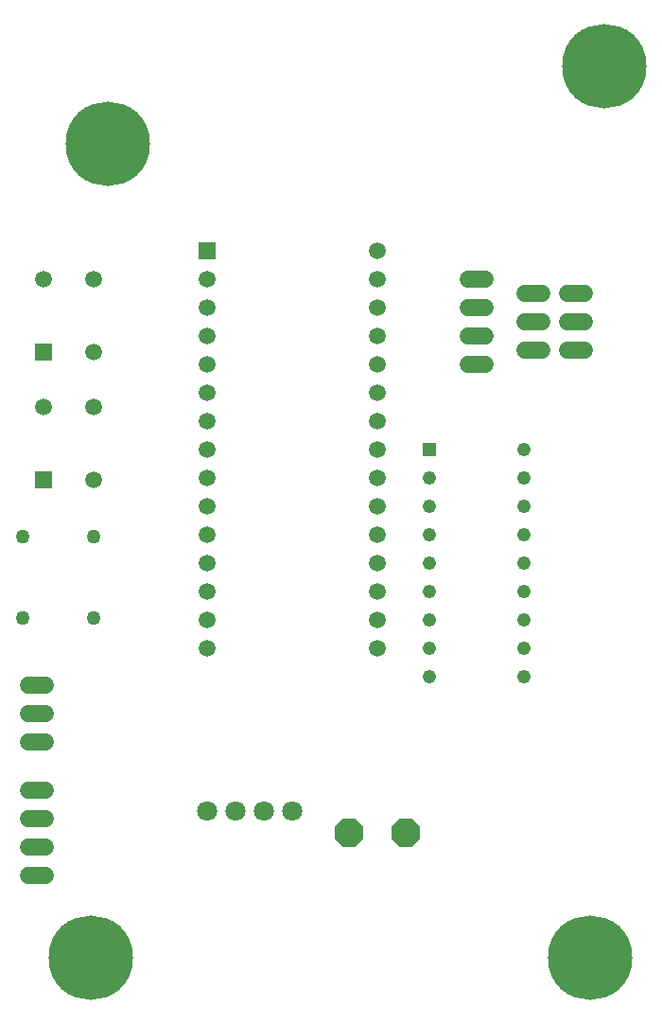
<source format=gbr>
G04 EAGLE Gerber RS-274X export*
G75*
%MOMM*%
%FSLAX34Y34*%
%LPD*%
%INBottom Copper*%
%IPPOS*%
%AMOC8*
5,1,8,0,0,1.08239X$1,22.5*%
G01*
G04 Define Apertures*
%ADD10C,1.524000*%
%ADD11P,2.74927X8X22.5*%
%ADD12C,1.260000*%
%ADD13R,1.498600X1.498600*%
%ADD14C,1.498600*%
%ADD15C,1.800000*%
%ADD16R,1.228000X1.228000*%
%ADD17C,1.228000*%
%ADD18R,1.508000X1.508000*%
%ADD19C,1.508000*%
%ADD20C,7.550000*%
D10*
X970280Y749300D02*
X985520Y749300D01*
X985520Y723900D02*
X970280Y723900D01*
X970280Y698500D02*
X985520Y698500D01*
X985520Y673100D02*
X970280Y673100D01*
D11*
X863600Y254000D03*
X914400Y254000D03*
D12*
X571500Y446400D03*
X571500Y518800D03*
X635000Y446400D03*
X635000Y518800D03*
D13*
X590042Y684276D03*
D14*
X635000Y684276D03*
X635000Y749300D03*
X590042Y749300D03*
D13*
X590042Y569976D03*
D14*
X635000Y569976D03*
X635000Y635000D03*
X590042Y635000D03*
D15*
X736600Y273160D03*
X812800Y273160D03*
X787400Y273160D03*
X762000Y273160D03*
D16*
X935400Y596900D03*
D17*
X935400Y571500D03*
X935400Y546100D03*
X935400Y520700D03*
X935400Y495300D03*
X935400Y469900D03*
X935400Y444500D03*
X935400Y419100D03*
X935400Y393700D03*
X1020400Y393700D03*
X1020400Y419100D03*
X1020400Y444500D03*
X1020400Y469900D03*
X1020400Y495300D03*
X1020400Y520700D03*
X1020400Y546100D03*
X1020400Y571500D03*
X1020400Y596900D03*
D18*
X736600Y774700D03*
D19*
X736600Y749300D03*
X736600Y723900D03*
X736600Y698500D03*
X736600Y673100D03*
X736600Y647700D03*
X736600Y622300D03*
X736600Y596900D03*
X736600Y571500D03*
X736600Y546100D03*
X736600Y520700D03*
X736600Y495300D03*
X736600Y469900D03*
X736600Y444500D03*
X736600Y419100D03*
X889000Y419100D03*
X889000Y444500D03*
X889000Y469900D03*
X889000Y495300D03*
X889000Y520700D03*
X889000Y546100D03*
X889000Y571500D03*
X889000Y596900D03*
X889000Y622300D03*
X889000Y647700D03*
X889000Y673100D03*
X889000Y698500D03*
X889000Y723900D03*
X889000Y749300D03*
X889000Y774700D03*
D10*
X1021080Y736600D02*
X1036320Y736600D01*
X1036320Y711200D02*
X1021080Y711200D01*
X1021080Y685800D02*
X1036320Y685800D01*
X1059180Y736600D02*
X1074420Y736600D01*
X1074420Y711200D02*
X1059180Y711200D01*
X1059180Y685800D02*
X1074420Y685800D01*
D20*
X632110Y142590D03*
X1079500Y142590D03*
X1092200Y939800D03*
X647700Y870110D03*
D10*
X591620Y386280D02*
X576380Y386280D01*
X576380Y360880D02*
X591620Y360880D01*
X591620Y335480D02*
X576380Y335480D01*
X576580Y215900D02*
X591820Y215900D01*
X591820Y241300D02*
X576580Y241300D01*
X576580Y266700D02*
X591820Y266700D01*
X591820Y292100D02*
X576580Y292100D01*
M02*

</source>
